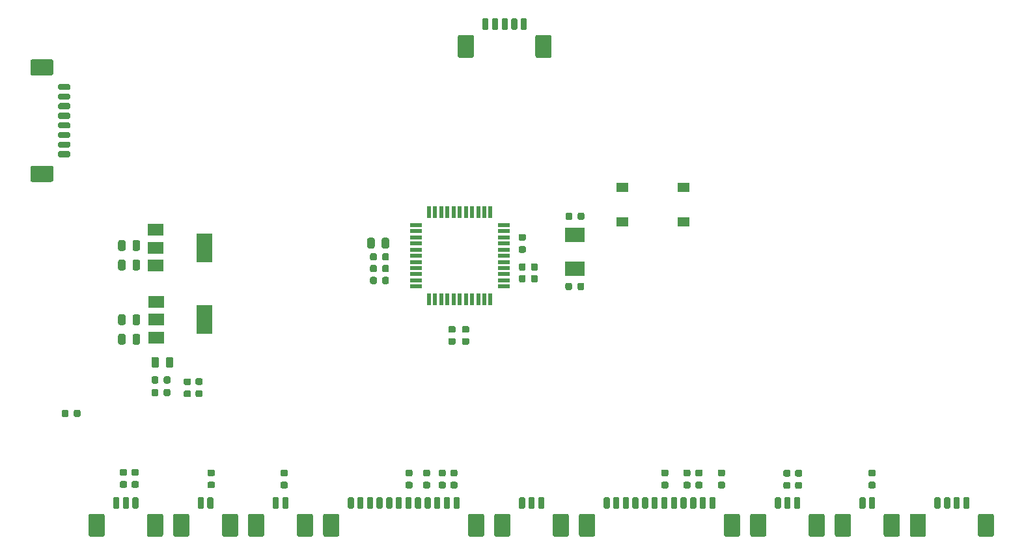
<source format=gbr>
%TF.GenerationSoftware,KiCad,Pcbnew,(5.99.0-2358-g6d8fb94d8)*%
%TF.CreationDate,2020-07-27T20:41:12+08:00*%
%TF.ProjectId,TheSPT_v2,54686553-5054-45f7-9632-2e6b69636164,V3.0*%
%TF.SameCoordinates,Original*%
%TF.FileFunction,Paste,Top*%
%TF.FilePolarity,Positive*%
%FSLAX46Y46*%
G04 Gerber Fmt 4.6, Leading zero omitted, Abs format (unit mm)*
G04 Created by KiCad (PCBNEW (5.99.0-2358-g6d8fb94d8)) date 2020-07-27 20:41:12*
%MOMM*%
%LPD*%
G01*
G04 APERTURE LIST*
%ADD10R,2.500000X1.900000*%
%ADD11R,1.500000X0.550000*%
%ADD12R,0.550000X1.500000*%
%ADD13R,2.000000X1.500000*%
%ADD14R,2.000000X3.800000*%
%ADD15R,1.550000X1.300000*%
G04 APERTURE END LIST*
%TO.C,J5*%
G36*
G01*
X147866000Y-118135000D02*
X147866000Y-116935000D01*
G75*
G02*
X148066000Y-116735000I200000J0D01*
G01*
X148466000Y-116735000D01*
G75*
G02*
X148666000Y-116935000I0J-200000D01*
G01*
X148666000Y-118135000D01*
G75*
G02*
X148466000Y-118335000I-200000J0D01*
G01*
X148066000Y-118335000D01*
G75*
G02*
X147866000Y-118135000I0J200000D01*
G01*
G37*
G36*
G01*
X149116000Y-118135000D02*
X149116000Y-116935000D01*
G75*
G02*
X149316000Y-116735000I200000J0D01*
G01*
X149716000Y-116735000D01*
G75*
G02*
X149916000Y-116935000I0J-200000D01*
G01*
X149916000Y-118135000D01*
G75*
G02*
X149716000Y-118335000I-200000J0D01*
G01*
X149316000Y-118335000D01*
G75*
G02*
X149116000Y-118135000I0J200000D01*
G01*
G37*
G36*
G01*
X150366000Y-118135000D02*
X150366000Y-116935000D01*
G75*
G02*
X150566000Y-116735000I200000J0D01*
G01*
X150966000Y-116735000D01*
G75*
G02*
X151166000Y-116935000I0J-200000D01*
G01*
X151166000Y-118135000D01*
G75*
G02*
X150966000Y-118335000I-200000J0D01*
G01*
X150566000Y-118335000D01*
G75*
G02*
X150366000Y-118135000I0J200000D01*
G01*
G37*
G36*
G01*
X144666000Y-121684999D02*
X144666000Y-119185001D01*
G75*
G02*
X144916001Y-118935000I250001J0D01*
G01*
X146515999Y-118935000D01*
G75*
G02*
X146766000Y-119185001I0J-250001D01*
G01*
X146766000Y-121684999D01*
G75*
G02*
X146515999Y-121935000I-250001J0D01*
G01*
X144916001Y-121935000D01*
G75*
G02*
X144666000Y-121684999I0J250001D01*
G01*
G37*
G36*
G01*
X152266000Y-121684999D02*
X152266000Y-119185001D01*
G75*
G02*
X152516001Y-118935000I250001J0D01*
G01*
X154115999Y-118935000D01*
G75*
G02*
X154366000Y-119185001I0J-250001D01*
G01*
X154366000Y-121684999D01*
G75*
G02*
X154115999Y-121935000I-250001J0D01*
G01*
X152516001Y-121935000D01*
G75*
G02*
X152266000Y-121684999I0J250001D01*
G01*
G37*
%TD*%
D10*
%TO.C,Y1*%
X121886000Y-87034000D03*
X121886000Y-82634000D03*
%TD*%
D11*
%TO.C,U3*%
X112596000Y-89370000D03*
X112596000Y-88570000D03*
X112596000Y-87770000D03*
X112596000Y-86970000D03*
X112596000Y-86170000D03*
X112596000Y-85370000D03*
X112596000Y-84570000D03*
X112596000Y-83770000D03*
X112596000Y-82970000D03*
X112596000Y-82170000D03*
X112596000Y-81370000D03*
D12*
X110896000Y-79670000D03*
X110096000Y-79670000D03*
X109296000Y-79670000D03*
X108496000Y-79670000D03*
X107696000Y-79670000D03*
X106896000Y-79670000D03*
X106096000Y-79670000D03*
X105296000Y-79670000D03*
X104496000Y-79670000D03*
X103696000Y-79670000D03*
X102896000Y-79670000D03*
D11*
X101196000Y-81370000D03*
X101196000Y-82170000D03*
X101196000Y-82970000D03*
X101196000Y-83770000D03*
X101196000Y-84570000D03*
X101196000Y-85370000D03*
X101196000Y-86170000D03*
X101196000Y-86970000D03*
X101196000Y-87770000D03*
X101196000Y-88570000D03*
X101196000Y-89370000D03*
D12*
X102896000Y-91070000D03*
X103696000Y-91070000D03*
X104496000Y-91070000D03*
X105296000Y-91070000D03*
X106096000Y-91070000D03*
X106896000Y-91070000D03*
X107696000Y-91070000D03*
X108496000Y-91070000D03*
X109296000Y-91070000D03*
X110096000Y-91070000D03*
X110896000Y-91070000D03*
%TD*%
D13*
%TO.C,U2*%
X67375500Y-82004000D03*
X67375500Y-86604000D03*
X67375500Y-84304000D03*
D14*
X73675500Y-84304000D03*
%TD*%
D13*
%TO.C,U1*%
X67424000Y-91388000D03*
X67424000Y-95988000D03*
X67424000Y-93688000D03*
D14*
X73724000Y-93688000D03*
%TD*%
D15*
%TO.C,SW1*%
X128062000Y-76488000D03*
X128062000Y-80988000D03*
X136022000Y-80988000D03*
X136022000Y-76488000D03*
%TD*%
%TO.C,R20*%
G36*
G01*
X133822250Y-114066750D02*
X133309750Y-114066750D01*
G75*
G02*
X133091000Y-113848000I0J218750D01*
G01*
X133091000Y-113410500D01*
G75*
G02*
X133309750Y-113191750I218750J0D01*
G01*
X133822250Y-113191750D01*
G75*
G02*
X134041000Y-113410500I0J-218750D01*
G01*
X134041000Y-113848000D01*
G75*
G02*
X133822250Y-114066750I-218750J0D01*
G01*
G37*
G36*
G01*
X133822250Y-115641750D02*
X133309750Y-115641750D01*
G75*
G02*
X133091000Y-115423000I0J218750D01*
G01*
X133091000Y-114985500D01*
G75*
G02*
X133309750Y-114766750I218750J0D01*
G01*
X133822250Y-114766750D01*
G75*
G02*
X134041000Y-114985500I0J-218750D01*
G01*
X134041000Y-115423000D01*
G75*
G02*
X133822250Y-115641750I-218750J0D01*
G01*
G37*
%TD*%
%TO.C,R19*%
G36*
G01*
X136693651Y-114069916D02*
X136181151Y-114069916D01*
G75*
G02*
X135962401Y-113851166I0J218750D01*
G01*
X135962401Y-113413666D01*
G75*
G02*
X136181151Y-113194916I218750J0D01*
G01*
X136693651Y-113194916D01*
G75*
G02*
X136912401Y-113413666I0J-218750D01*
G01*
X136912401Y-113851166D01*
G75*
G02*
X136693651Y-114069916I-218750J0D01*
G01*
G37*
G36*
G01*
X136693651Y-115644916D02*
X136181151Y-115644916D01*
G75*
G02*
X135962401Y-115426166I0J218750D01*
G01*
X135962401Y-114988666D01*
G75*
G02*
X136181151Y-114769916I218750J0D01*
G01*
X136693651Y-114769916D01*
G75*
G02*
X136912401Y-114988666I0J-218750D01*
G01*
X136912401Y-115426166D01*
G75*
G02*
X136693651Y-115644916I-218750J0D01*
G01*
G37*
%TD*%
%TO.C,R18*%
G36*
G01*
X138262264Y-114066750D02*
X137749764Y-114066750D01*
G75*
G02*
X137531014Y-113848000I0J218750D01*
G01*
X137531014Y-113410500D01*
G75*
G02*
X137749764Y-113191750I218750J0D01*
G01*
X138262264Y-113191750D01*
G75*
G02*
X138481014Y-113410500I0J-218750D01*
G01*
X138481014Y-113848000D01*
G75*
G02*
X138262264Y-114066750I-218750J0D01*
G01*
G37*
G36*
G01*
X138262264Y-115641750D02*
X137749764Y-115641750D01*
G75*
G02*
X137531014Y-115423000I0J218750D01*
G01*
X137531014Y-114985500D01*
G75*
G02*
X137749764Y-114766750I218750J0D01*
G01*
X138262264Y-114766750D01*
G75*
G02*
X138481014Y-114985500I0J-218750D01*
G01*
X138481014Y-115423000D01*
G75*
G02*
X138262264Y-115641750I-218750J0D01*
G01*
G37*
%TD*%
%TO.C,R17*%
G36*
G01*
X141188250Y-114066750D02*
X140675750Y-114066750D01*
G75*
G02*
X140457000Y-113848000I0J218750D01*
G01*
X140457000Y-113410500D01*
G75*
G02*
X140675750Y-113191750I218750J0D01*
G01*
X141188250Y-113191750D01*
G75*
G02*
X141407000Y-113410500I0J-218750D01*
G01*
X141407000Y-113848000D01*
G75*
G02*
X141188250Y-114066750I-218750J0D01*
G01*
G37*
G36*
G01*
X141188250Y-115641750D02*
X140675750Y-115641750D01*
G75*
G02*
X140457000Y-115423000I0J218750D01*
G01*
X140457000Y-114985500D01*
G75*
G02*
X140675750Y-114766750I218750J0D01*
G01*
X141188250Y-114766750D01*
G75*
G02*
X141407000Y-114985500I0J-218750D01*
G01*
X141407000Y-115423000D01*
G75*
G02*
X141188250Y-115641750I-218750J0D01*
G01*
G37*
%TD*%
%TO.C,R16*%
G36*
G01*
X100548250Y-114077000D02*
X100035750Y-114077000D01*
G75*
G02*
X99817000Y-113858250I0J218750D01*
G01*
X99817000Y-113420750D01*
G75*
G02*
X100035750Y-113202000I218750J0D01*
G01*
X100548250Y-113202000D01*
G75*
G02*
X100767000Y-113420750I0J-218750D01*
G01*
X100767000Y-113858250D01*
G75*
G02*
X100548250Y-114077000I-218750J0D01*
G01*
G37*
G36*
G01*
X100548250Y-115652000D02*
X100035750Y-115652000D01*
G75*
G02*
X99817000Y-115433250I0J218750D01*
G01*
X99817000Y-114995750D01*
G75*
G02*
X100035750Y-114777000I218750J0D01*
G01*
X100548250Y-114777000D01*
G75*
G02*
X100767000Y-114995750I0J-218750D01*
G01*
X100767000Y-115433250D01*
G75*
G02*
X100548250Y-115652000I-218750J0D01*
G01*
G37*
%TD*%
%TO.C,R15*%
G36*
G01*
X102834250Y-114077000D02*
X102321750Y-114077000D01*
G75*
G02*
X102103000Y-113858250I0J218750D01*
G01*
X102103000Y-113420750D01*
G75*
G02*
X102321750Y-113202000I218750J0D01*
G01*
X102834250Y-113202000D01*
G75*
G02*
X103053000Y-113420750I0J-218750D01*
G01*
X103053000Y-113858250D01*
G75*
G02*
X102834250Y-114077000I-218750J0D01*
G01*
G37*
G36*
G01*
X102834250Y-115652000D02*
X102321750Y-115652000D01*
G75*
G02*
X102103000Y-115433250I0J218750D01*
G01*
X102103000Y-114995750D01*
G75*
G02*
X102321750Y-114777000I218750J0D01*
G01*
X102834250Y-114777000D01*
G75*
G02*
X103053000Y-114995750I0J-218750D01*
G01*
X103053000Y-115433250D01*
G75*
G02*
X102834250Y-115652000I-218750J0D01*
G01*
G37*
%TD*%
%TO.C,R14*%
G36*
G01*
X104866250Y-114077000D02*
X104353750Y-114077000D01*
G75*
G02*
X104135000Y-113858250I0J218750D01*
G01*
X104135000Y-113420750D01*
G75*
G02*
X104353750Y-113202000I218750J0D01*
G01*
X104866250Y-113202000D01*
G75*
G02*
X105085000Y-113420750I0J-218750D01*
G01*
X105085000Y-113858250D01*
G75*
G02*
X104866250Y-114077000I-218750J0D01*
G01*
G37*
G36*
G01*
X104866250Y-115652000D02*
X104353750Y-115652000D01*
G75*
G02*
X104135000Y-115433250I0J218750D01*
G01*
X104135000Y-114995750D01*
G75*
G02*
X104353750Y-114777000I218750J0D01*
G01*
X104866250Y-114777000D01*
G75*
G02*
X105085000Y-114995750I0J-218750D01*
G01*
X105085000Y-115433250D01*
G75*
G02*
X104866250Y-115652000I-218750J0D01*
G01*
G37*
%TD*%
%TO.C,R13*%
G36*
G01*
X106390250Y-114077000D02*
X105877750Y-114077000D01*
G75*
G02*
X105659000Y-113858250I0J218750D01*
G01*
X105659000Y-113420750D01*
G75*
G02*
X105877750Y-113202000I218750J0D01*
G01*
X106390250Y-113202000D01*
G75*
G02*
X106609000Y-113420750I0J-218750D01*
G01*
X106609000Y-113858250D01*
G75*
G02*
X106390250Y-114077000I-218750J0D01*
G01*
G37*
G36*
G01*
X106390250Y-115652000D02*
X105877750Y-115652000D01*
G75*
G02*
X105659000Y-115433250I0J218750D01*
G01*
X105659000Y-114995750D01*
G75*
G02*
X105877750Y-114777000I218750J0D01*
G01*
X106390250Y-114777000D01*
G75*
G02*
X106609000Y-114995750I0J-218750D01*
G01*
X106609000Y-115433250D01*
G75*
G02*
X106390250Y-115652000I-218750J0D01*
G01*
G37*
%TD*%
%TO.C,R12*%
G36*
G01*
X160769250Y-114077000D02*
X160256750Y-114077000D01*
G75*
G02*
X160038000Y-113858250I0J218750D01*
G01*
X160038000Y-113420750D01*
G75*
G02*
X160256750Y-113202000I218750J0D01*
G01*
X160769250Y-113202000D01*
G75*
G02*
X160988000Y-113420750I0J-218750D01*
G01*
X160988000Y-113858250D01*
G75*
G02*
X160769250Y-114077000I-218750J0D01*
G01*
G37*
G36*
G01*
X160769250Y-115652000D02*
X160256750Y-115652000D01*
G75*
G02*
X160038000Y-115433250I0J218750D01*
G01*
X160038000Y-114995750D01*
G75*
G02*
X160256750Y-114777000I218750J0D01*
G01*
X160769250Y-114777000D01*
G75*
G02*
X160988000Y-114995750I0J-218750D01*
G01*
X160988000Y-115433250D01*
G75*
G02*
X160769250Y-115652000I-218750J0D01*
G01*
G37*
%TD*%
%TO.C,R11*%
G36*
G01*
X149701250Y-114106750D02*
X149188750Y-114106750D01*
G75*
G02*
X148970000Y-113888000I0J218750D01*
G01*
X148970000Y-113450500D01*
G75*
G02*
X149188750Y-113231750I218750J0D01*
G01*
X149701250Y-113231750D01*
G75*
G02*
X149920000Y-113450500I0J-218750D01*
G01*
X149920000Y-113888000D01*
G75*
G02*
X149701250Y-114106750I-218750J0D01*
G01*
G37*
G36*
G01*
X149701250Y-115681750D02*
X149188750Y-115681750D01*
G75*
G02*
X148970000Y-115463000I0J218750D01*
G01*
X148970000Y-115025500D01*
G75*
G02*
X149188750Y-114806750I218750J0D01*
G01*
X149701250Y-114806750D01*
G75*
G02*
X149920000Y-115025500I0J-218750D01*
G01*
X149920000Y-115463000D01*
G75*
G02*
X149701250Y-115681750I-218750J0D01*
G01*
G37*
%TD*%
%TO.C,R10*%
G36*
G01*
X151225250Y-114106750D02*
X150712750Y-114106750D01*
G75*
G02*
X150494000Y-113888000I0J218750D01*
G01*
X150494000Y-113450500D01*
G75*
G02*
X150712750Y-113231750I218750J0D01*
G01*
X151225250Y-113231750D01*
G75*
G02*
X151444000Y-113450500I0J-218750D01*
G01*
X151444000Y-113888000D01*
G75*
G02*
X151225250Y-114106750I-218750J0D01*
G01*
G37*
G36*
G01*
X151225250Y-115681750D02*
X150712750Y-115681750D01*
G75*
G02*
X150494000Y-115463000I0J218750D01*
G01*
X150494000Y-115025500D01*
G75*
G02*
X150712750Y-114806750I218750J0D01*
G01*
X151225250Y-114806750D01*
G75*
G02*
X151444000Y-115025500I0J-218750D01*
G01*
X151444000Y-115463000D01*
G75*
G02*
X151225250Y-115681750I-218750J0D01*
G01*
G37*
%TD*%
%TO.C,R9*%
G36*
G01*
X72731522Y-102869296D02*
X73244022Y-102869296D01*
G75*
G02*
X73462772Y-103088046I0J-218750D01*
G01*
X73462772Y-103525546D01*
G75*
G02*
X73244022Y-103744296I-218750J0D01*
G01*
X72731522Y-103744296D01*
G75*
G02*
X72512772Y-103525546I0J218750D01*
G01*
X72512772Y-103088046D01*
G75*
G02*
X72731522Y-102869296I218750J0D01*
G01*
G37*
G36*
G01*
X72731522Y-101294296D02*
X73244022Y-101294296D01*
G75*
G02*
X73462772Y-101513046I0J-218750D01*
G01*
X73462772Y-101950546D01*
G75*
G02*
X73244022Y-102169296I-218750J0D01*
G01*
X72731522Y-102169296D01*
G75*
G02*
X72512772Y-101950546I0J218750D01*
G01*
X72512772Y-101513046D01*
G75*
G02*
X72731522Y-101294296I218750J0D01*
G01*
G37*
%TD*%
%TO.C,R8*%
G36*
G01*
X71720022Y-102194796D02*
X71207522Y-102194796D01*
G75*
G02*
X70988772Y-101976046I0J218750D01*
G01*
X70988772Y-101538546D01*
G75*
G02*
X71207522Y-101319796I218750J0D01*
G01*
X71720022Y-101319796D01*
G75*
G02*
X71938772Y-101538546I0J-218750D01*
G01*
X71938772Y-101976046D01*
G75*
G02*
X71720022Y-102194796I-218750J0D01*
G01*
G37*
G36*
G01*
X71720022Y-103769796D02*
X71207522Y-103769796D01*
G75*
G02*
X70988772Y-103551046I0J218750D01*
G01*
X70988772Y-103113546D01*
G75*
G02*
X71207522Y-102894796I218750J0D01*
G01*
X71720022Y-102894796D01*
G75*
G02*
X71938772Y-103113546I0J-218750D01*
G01*
X71938772Y-103551046D01*
G75*
G02*
X71720022Y-103769796I-218750J0D01*
G01*
G37*
%TD*%
%TO.C,R7*%
G36*
G01*
X63404250Y-113992000D02*
X62891750Y-113992000D01*
G75*
G02*
X62673000Y-113773250I0J218750D01*
G01*
X62673000Y-113335750D01*
G75*
G02*
X62891750Y-113117000I218750J0D01*
G01*
X63404250Y-113117000D01*
G75*
G02*
X63623000Y-113335750I0J-218750D01*
G01*
X63623000Y-113773250D01*
G75*
G02*
X63404250Y-113992000I-218750J0D01*
G01*
G37*
G36*
G01*
X63404250Y-115567000D02*
X62891750Y-115567000D01*
G75*
G02*
X62673000Y-115348250I0J218750D01*
G01*
X62673000Y-114910750D01*
G75*
G02*
X62891750Y-114692000I218750J0D01*
G01*
X63404250Y-114692000D01*
G75*
G02*
X63623000Y-114910750I0J-218750D01*
G01*
X63623000Y-115348250D01*
G75*
G02*
X63404250Y-115567000I-218750J0D01*
G01*
G37*
%TD*%
%TO.C,R6*%
G36*
G01*
X64928250Y-113992000D02*
X64415750Y-113992000D01*
G75*
G02*
X64197000Y-113773250I0J218750D01*
G01*
X64197000Y-113335750D01*
G75*
G02*
X64415750Y-113117000I218750J0D01*
G01*
X64928250Y-113117000D01*
G75*
G02*
X65147000Y-113335750I0J-218750D01*
G01*
X65147000Y-113773250D01*
G75*
G02*
X64928250Y-113992000I-218750J0D01*
G01*
G37*
G36*
G01*
X64928250Y-115567000D02*
X64415750Y-115567000D01*
G75*
G02*
X64197000Y-115348250I0J218750D01*
G01*
X64197000Y-114910750D01*
G75*
G02*
X64415750Y-114692000I218750J0D01*
G01*
X64928250Y-114692000D01*
G75*
G02*
X65147000Y-114910750I0J-218750D01*
G01*
X65147000Y-115348250D01*
G75*
G02*
X64928250Y-115567000I-218750J0D01*
G01*
G37*
%TD*%
%TO.C,R5*%
G36*
G01*
X115461500Y-86573750D02*
X115461500Y-87086250D01*
G75*
G02*
X115242750Y-87305000I-218750J0D01*
G01*
X114805250Y-87305000D01*
G75*
G02*
X114586500Y-87086250I0J218750D01*
G01*
X114586500Y-86573750D01*
G75*
G02*
X114805250Y-86355000I218750J0D01*
G01*
X115242750Y-86355000D01*
G75*
G02*
X115461500Y-86573750I0J-218750D01*
G01*
G37*
G36*
G01*
X117036500Y-86573750D02*
X117036500Y-87086250D01*
G75*
G02*
X116817750Y-87305000I-218750J0D01*
G01*
X116380250Y-87305000D01*
G75*
G02*
X116161500Y-87086250I0J218750D01*
G01*
X116161500Y-86573750D01*
G75*
G02*
X116380250Y-86355000I218750J0D01*
G01*
X116817750Y-86355000D01*
G75*
G02*
X117036500Y-86573750I0J-218750D01*
G01*
G37*
%TD*%
%TO.C,R4*%
G36*
G01*
X84311250Y-114077000D02*
X83798750Y-114077000D01*
G75*
G02*
X83580000Y-113858250I0J218750D01*
G01*
X83580000Y-113420750D01*
G75*
G02*
X83798750Y-113202000I218750J0D01*
G01*
X84311250Y-113202000D01*
G75*
G02*
X84530000Y-113420750I0J-218750D01*
G01*
X84530000Y-113858250D01*
G75*
G02*
X84311250Y-114077000I-218750J0D01*
G01*
G37*
G36*
G01*
X84311250Y-115652000D02*
X83798750Y-115652000D01*
G75*
G02*
X83580000Y-115433250I0J218750D01*
G01*
X83580000Y-114995750D01*
G75*
G02*
X83798750Y-114777000I218750J0D01*
G01*
X84311250Y-114777000D01*
G75*
G02*
X84530000Y-114995750I0J-218750D01*
G01*
X84530000Y-115433250D01*
G75*
G02*
X84311250Y-115652000I-218750J0D01*
G01*
G37*
%TD*%
%TO.C,R3*%
G36*
G01*
X114767750Y-84106500D02*
X115280250Y-84106500D01*
G75*
G02*
X115499000Y-84325250I0J-218750D01*
G01*
X115499000Y-84762750D01*
G75*
G02*
X115280250Y-84981500I-218750J0D01*
G01*
X114767750Y-84981500D01*
G75*
G02*
X114549000Y-84762750I0J218750D01*
G01*
X114549000Y-84325250D01*
G75*
G02*
X114767750Y-84106500I218750J0D01*
G01*
G37*
G36*
G01*
X114767750Y-82531500D02*
X115280250Y-82531500D01*
G75*
G02*
X115499000Y-82750250I0J-218750D01*
G01*
X115499000Y-83187750D01*
G75*
G02*
X115280250Y-83406500I-218750J0D01*
G01*
X114767750Y-83406500D01*
G75*
G02*
X114549000Y-83187750I0J218750D01*
G01*
X114549000Y-82750250D01*
G75*
G02*
X114767750Y-82531500I218750J0D01*
G01*
G37*
%TD*%
%TO.C,R2*%
G36*
G01*
X56700000Y-106136250D02*
X56700000Y-105623750D01*
G75*
G02*
X56918750Y-105405000I218750J0D01*
G01*
X57356250Y-105405000D01*
G75*
G02*
X57575000Y-105623750I0J-218750D01*
G01*
X57575000Y-106136250D01*
G75*
G02*
X57356250Y-106355000I-218750J0D01*
G01*
X56918750Y-106355000D01*
G75*
G02*
X56700000Y-106136250I0J218750D01*
G01*
G37*
G36*
G01*
X55125000Y-106136250D02*
X55125000Y-105623750D01*
G75*
G02*
X55343750Y-105405000I218750J0D01*
G01*
X55781250Y-105405000D01*
G75*
G02*
X56000000Y-105623750I0J-218750D01*
G01*
X56000000Y-106136250D01*
G75*
G02*
X55781250Y-106355000I-218750J0D01*
G01*
X55343750Y-106355000D01*
G75*
G02*
X55125000Y-106136250I0J218750D01*
G01*
G37*
%TD*%
%TO.C,R1*%
G36*
G01*
X74823250Y-114051500D02*
X74310750Y-114051500D01*
G75*
G02*
X74092000Y-113832750I0J218750D01*
G01*
X74092000Y-113395250D01*
G75*
G02*
X74310750Y-113176500I218750J0D01*
G01*
X74823250Y-113176500D01*
G75*
G02*
X75042000Y-113395250I0J-218750D01*
G01*
X75042000Y-113832750D01*
G75*
G02*
X74823250Y-114051500I-218750J0D01*
G01*
G37*
G36*
G01*
X74823250Y-115626500D02*
X74310750Y-115626500D01*
G75*
G02*
X74092000Y-115407750I0J218750D01*
G01*
X74092000Y-114970250D01*
G75*
G02*
X74310750Y-114751500I218750J0D01*
G01*
X74823250Y-114751500D01*
G75*
G02*
X75042000Y-114970250I0J-218750D01*
G01*
X75042000Y-115407750D01*
G75*
G02*
X74823250Y-115626500I-218750J0D01*
G01*
G37*
%TD*%
%TO.C,J15*%
G36*
G01*
X54848000Y-63005000D02*
X56048000Y-63005000D01*
G75*
G02*
X56248000Y-63205000I0J-200000D01*
G01*
X56248000Y-63605000D01*
G75*
G02*
X56048000Y-63805000I-200000J0D01*
G01*
X54848000Y-63805000D01*
G75*
G02*
X54648000Y-63605000I0J200000D01*
G01*
X54648000Y-63205000D01*
G75*
G02*
X54848000Y-63005000I200000J0D01*
G01*
G37*
G36*
G01*
X54848000Y-64255000D02*
X56048000Y-64255000D01*
G75*
G02*
X56248000Y-64455000I0J-200000D01*
G01*
X56248000Y-64855000D01*
G75*
G02*
X56048000Y-65055000I-200000J0D01*
G01*
X54848000Y-65055000D01*
G75*
G02*
X54648000Y-64855000I0J200000D01*
G01*
X54648000Y-64455000D01*
G75*
G02*
X54848000Y-64255000I200000J0D01*
G01*
G37*
G36*
G01*
X54848000Y-65505000D02*
X56048000Y-65505000D01*
G75*
G02*
X56248000Y-65705000I0J-200000D01*
G01*
X56248000Y-66105000D01*
G75*
G02*
X56048000Y-66305000I-200000J0D01*
G01*
X54848000Y-66305000D01*
G75*
G02*
X54648000Y-66105000I0J200000D01*
G01*
X54648000Y-65705000D01*
G75*
G02*
X54848000Y-65505000I200000J0D01*
G01*
G37*
G36*
G01*
X54848000Y-66755000D02*
X56048000Y-66755000D01*
G75*
G02*
X56248000Y-66955000I0J-200000D01*
G01*
X56248000Y-67355000D01*
G75*
G02*
X56048000Y-67555000I-200000J0D01*
G01*
X54848000Y-67555000D01*
G75*
G02*
X54648000Y-67355000I0J200000D01*
G01*
X54648000Y-66955000D01*
G75*
G02*
X54848000Y-66755000I200000J0D01*
G01*
G37*
G36*
G01*
X54848000Y-68005000D02*
X56048000Y-68005000D01*
G75*
G02*
X56248000Y-68205000I0J-200000D01*
G01*
X56248000Y-68605000D01*
G75*
G02*
X56048000Y-68805000I-200000J0D01*
G01*
X54848000Y-68805000D01*
G75*
G02*
X54648000Y-68605000I0J200000D01*
G01*
X54648000Y-68205000D01*
G75*
G02*
X54848000Y-68005000I200000J0D01*
G01*
G37*
G36*
G01*
X54848000Y-69255000D02*
X56048000Y-69255000D01*
G75*
G02*
X56248000Y-69455000I0J-200000D01*
G01*
X56248000Y-69855000D01*
G75*
G02*
X56048000Y-70055000I-200000J0D01*
G01*
X54848000Y-70055000D01*
G75*
G02*
X54648000Y-69855000I0J200000D01*
G01*
X54648000Y-69455000D01*
G75*
G02*
X54848000Y-69255000I200000J0D01*
G01*
G37*
G36*
G01*
X54848000Y-70505000D02*
X56048000Y-70505000D01*
G75*
G02*
X56248000Y-70705000I0J-200000D01*
G01*
X56248000Y-71105000D01*
G75*
G02*
X56048000Y-71305000I-200000J0D01*
G01*
X54848000Y-71305000D01*
G75*
G02*
X54648000Y-71105000I0J200000D01*
G01*
X54648000Y-70705000D01*
G75*
G02*
X54848000Y-70505000I200000J0D01*
G01*
G37*
G36*
G01*
X54848000Y-71755000D02*
X56048000Y-71755000D01*
G75*
G02*
X56248000Y-71955000I0J-200000D01*
G01*
X56248000Y-72355000D01*
G75*
G02*
X56048000Y-72555000I-200000J0D01*
G01*
X54848000Y-72555000D01*
G75*
G02*
X54648000Y-72355000I0J200000D01*
G01*
X54648000Y-71955000D01*
G75*
G02*
X54848000Y-71755000I200000J0D01*
G01*
G37*
G36*
G01*
X51298001Y-59805000D02*
X53797999Y-59805000D01*
G75*
G02*
X54048000Y-60055001I0J-250001D01*
G01*
X54048000Y-61654999D01*
G75*
G02*
X53797999Y-61905000I-250001J0D01*
G01*
X51298001Y-61905000D01*
G75*
G02*
X51048000Y-61654999I0J250001D01*
G01*
X51048000Y-60055001D01*
G75*
G02*
X51298001Y-59805000I250001J0D01*
G01*
G37*
G36*
G01*
X51298001Y-73655000D02*
X53797999Y-73655000D01*
G75*
G02*
X54048000Y-73905001I0J-250001D01*
G01*
X54048000Y-75504999D01*
G75*
G02*
X53797999Y-75755000I-250001J0D01*
G01*
X51298001Y-75755000D01*
G75*
G02*
X51048000Y-75504999I0J250001D01*
G01*
X51048000Y-73905001D01*
G75*
G02*
X51298001Y-73655000I250001J0D01*
G01*
G37*
%TD*%
%TO.C,J14*%
G36*
G01*
X125602000Y-118135000D02*
X125602000Y-116935000D01*
G75*
G02*
X125802000Y-116735000I200000J0D01*
G01*
X126202000Y-116735000D01*
G75*
G02*
X126402000Y-116935000I0J-200000D01*
G01*
X126402000Y-118135000D01*
G75*
G02*
X126202000Y-118335000I-200000J0D01*
G01*
X125802000Y-118335000D01*
G75*
G02*
X125602000Y-118135000I0J200000D01*
G01*
G37*
G36*
G01*
X126852000Y-118135000D02*
X126852000Y-116935000D01*
G75*
G02*
X127052000Y-116735000I200000J0D01*
G01*
X127452000Y-116735000D01*
G75*
G02*
X127652000Y-116935000I0J-200000D01*
G01*
X127652000Y-118135000D01*
G75*
G02*
X127452000Y-118335000I-200000J0D01*
G01*
X127052000Y-118335000D01*
G75*
G02*
X126852000Y-118135000I0J200000D01*
G01*
G37*
G36*
G01*
X128102000Y-118135000D02*
X128102000Y-116935000D01*
G75*
G02*
X128302000Y-116735000I200000J0D01*
G01*
X128702000Y-116735000D01*
G75*
G02*
X128902000Y-116935000I0J-200000D01*
G01*
X128902000Y-118135000D01*
G75*
G02*
X128702000Y-118335000I-200000J0D01*
G01*
X128302000Y-118335000D01*
G75*
G02*
X128102000Y-118135000I0J200000D01*
G01*
G37*
G36*
G01*
X129352000Y-118135000D02*
X129352000Y-116935000D01*
G75*
G02*
X129552000Y-116735000I200000J0D01*
G01*
X129952000Y-116735000D01*
G75*
G02*
X130152000Y-116935000I0J-200000D01*
G01*
X130152000Y-118135000D01*
G75*
G02*
X129952000Y-118335000I-200000J0D01*
G01*
X129552000Y-118335000D01*
G75*
G02*
X129352000Y-118135000I0J200000D01*
G01*
G37*
G36*
G01*
X130602000Y-118135000D02*
X130602000Y-116935000D01*
G75*
G02*
X130802000Y-116735000I200000J0D01*
G01*
X131202000Y-116735000D01*
G75*
G02*
X131402000Y-116935000I0J-200000D01*
G01*
X131402000Y-118135000D01*
G75*
G02*
X131202000Y-118335000I-200000J0D01*
G01*
X130802000Y-118335000D01*
G75*
G02*
X130602000Y-118135000I0J200000D01*
G01*
G37*
G36*
G01*
X131852000Y-118135000D02*
X131852000Y-116935000D01*
G75*
G02*
X132052000Y-116735000I200000J0D01*
G01*
X132452000Y-116735000D01*
G75*
G02*
X132652000Y-116935000I0J-200000D01*
G01*
X132652000Y-118135000D01*
G75*
G02*
X132452000Y-118335000I-200000J0D01*
G01*
X132052000Y-118335000D01*
G75*
G02*
X131852000Y-118135000I0J200000D01*
G01*
G37*
G36*
G01*
X133102000Y-118135000D02*
X133102000Y-116935000D01*
G75*
G02*
X133302000Y-116735000I200000J0D01*
G01*
X133702000Y-116735000D01*
G75*
G02*
X133902000Y-116935000I0J-200000D01*
G01*
X133902000Y-118135000D01*
G75*
G02*
X133702000Y-118335000I-200000J0D01*
G01*
X133302000Y-118335000D01*
G75*
G02*
X133102000Y-118135000I0J200000D01*
G01*
G37*
G36*
G01*
X134352000Y-118135000D02*
X134352000Y-116935000D01*
G75*
G02*
X134552000Y-116735000I200000J0D01*
G01*
X134952000Y-116735000D01*
G75*
G02*
X135152000Y-116935000I0J-200000D01*
G01*
X135152000Y-118135000D01*
G75*
G02*
X134952000Y-118335000I-200000J0D01*
G01*
X134552000Y-118335000D01*
G75*
G02*
X134352000Y-118135000I0J200000D01*
G01*
G37*
G36*
G01*
X135602000Y-118135000D02*
X135602000Y-116935000D01*
G75*
G02*
X135802000Y-116735000I200000J0D01*
G01*
X136202000Y-116735000D01*
G75*
G02*
X136402000Y-116935000I0J-200000D01*
G01*
X136402000Y-118135000D01*
G75*
G02*
X136202000Y-118335000I-200000J0D01*
G01*
X135802000Y-118335000D01*
G75*
G02*
X135602000Y-118135000I0J200000D01*
G01*
G37*
G36*
G01*
X136852000Y-118135000D02*
X136852000Y-116935000D01*
G75*
G02*
X137052000Y-116735000I200000J0D01*
G01*
X137452000Y-116735000D01*
G75*
G02*
X137652000Y-116935000I0J-200000D01*
G01*
X137652000Y-118135000D01*
G75*
G02*
X137452000Y-118335000I-200000J0D01*
G01*
X137052000Y-118335000D01*
G75*
G02*
X136852000Y-118135000I0J200000D01*
G01*
G37*
G36*
G01*
X138102000Y-118135000D02*
X138102000Y-116935000D01*
G75*
G02*
X138302000Y-116735000I200000J0D01*
G01*
X138702000Y-116735000D01*
G75*
G02*
X138902000Y-116935000I0J-200000D01*
G01*
X138902000Y-118135000D01*
G75*
G02*
X138702000Y-118335000I-200000J0D01*
G01*
X138302000Y-118335000D01*
G75*
G02*
X138102000Y-118135000I0J200000D01*
G01*
G37*
G36*
G01*
X139352000Y-118135000D02*
X139352000Y-116935000D01*
G75*
G02*
X139552000Y-116735000I200000J0D01*
G01*
X139952000Y-116735000D01*
G75*
G02*
X140152000Y-116935000I0J-200000D01*
G01*
X140152000Y-118135000D01*
G75*
G02*
X139952000Y-118335000I-200000J0D01*
G01*
X139552000Y-118335000D01*
G75*
G02*
X139352000Y-118135000I0J200000D01*
G01*
G37*
G36*
G01*
X122402000Y-121684999D02*
X122402000Y-119185001D01*
G75*
G02*
X122652001Y-118935000I250001J0D01*
G01*
X124251999Y-118935000D01*
G75*
G02*
X124502000Y-119185001I0J-250001D01*
G01*
X124502000Y-121684999D01*
G75*
G02*
X124251999Y-121935000I-250001J0D01*
G01*
X122652001Y-121935000D01*
G75*
G02*
X122402000Y-121684999I0J250001D01*
G01*
G37*
G36*
G01*
X141252000Y-121684999D02*
X141252000Y-119185001D01*
G75*
G02*
X141502001Y-118935000I250001J0D01*
G01*
X143101999Y-118935000D01*
G75*
G02*
X143352000Y-119185001I0J-250001D01*
G01*
X143352000Y-121684999D01*
G75*
G02*
X143101999Y-121935000I-250001J0D01*
G01*
X141502001Y-121935000D01*
G75*
G02*
X141252000Y-121684999I0J250001D01*
G01*
G37*
%TD*%
%TO.C,J11*%
G36*
G01*
X168629000Y-118135000D02*
X168629000Y-116935000D01*
G75*
G02*
X168829000Y-116735000I200000J0D01*
G01*
X169229000Y-116735000D01*
G75*
G02*
X169429000Y-116935000I0J-200000D01*
G01*
X169429000Y-118135000D01*
G75*
G02*
X169229000Y-118335000I-200000J0D01*
G01*
X168829000Y-118335000D01*
G75*
G02*
X168629000Y-118135000I0J200000D01*
G01*
G37*
G36*
G01*
X169879000Y-118135000D02*
X169879000Y-116935000D01*
G75*
G02*
X170079000Y-116735000I200000J0D01*
G01*
X170479000Y-116735000D01*
G75*
G02*
X170679000Y-116935000I0J-200000D01*
G01*
X170679000Y-118135000D01*
G75*
G02*
X170479000Y-118335000I-200000J0D01*
G01*
X170079000Y-118335000D01*
G75*
G02*
X169879000Y-118135000I0J200000D01*
G01*
G37*
G36*
G01*
X171129000Y-118135000D02*
X171129000Y-116935000D01*
G75*
G02*
X171329000Y-116735000I200000J0D01*
G01*
X171729000Y-116735000D01*
G75*
G02*
X171929000Y-116935000I0J-200000D01*
G01*
X171929000Y-118135000D01*
G75*
G02*
X171729000Y-118335000I-200000J0D01*
G01*
X171329000Y-118335000D01*
G75*
G02*
X171129000Y-118135000I0J200000D01*
G01*
G37*
G36*
G01*
X172379000Y-118135000D02*
X172379000Y-116935000D01*
G75*
G02*
X172579000Y-116735000I200000J0D01*
G01*
X172979000Y-116735000D01*
G75*
G02*
X173179000Y-116935000I0J-200000D01*
G01*
X173179000Y-118135000D01*
G75*
G02*
X172979000Y-118335000I-200000J0D01*
G01*
X172579000Y-118335000D01*
G75*
G02*
X172379000Y-118135000I0J200000D01*
G01*
G37*
G36*
G01*
X165429000Y-121684999D02*
X165429000Y-119185001D01*
G75*
G02*
X165679001Y-118935000I250001J0D01*
G01*
X167278999Y-118935000D01*
G75*
G02*
X167529000Y-119185001I0J-250001D01*
G01*
X167529000Y-121684999D01*
G75*
G02*
X167278999Y-121935000I-250001J0D01*
G01*
X165679001Y-121935000D01*
G75*
G02*
X165429000Y-121684999I0J250001D01*
G01*
G37*
G36*
G01*
X174279000Y-121684999D02*
X174279000Y-119185001D01*
G75*
G02*
X174529001Y-118935000I250001J0D01*
G01*
X176128999Y-118935000D01*
G75*
G02*
X176379000Y-119185001I0J-250001D01*
G01*
X176379000Y-121684999D01*
G75*
G02*
X176128999Y-121935000I-250001J0D01*
G01*
X174529001Y-121935000D01*
G75*
G02*
X174279000Y-121684999I0J250001D01*
G01*
G37*
%TD*%
%TO.C,J10*%
G36*
G01*
X92324000Y-118135000D02*
X92324000Y-116935000D01*
G75*
G02*
X92524000Y-116735000I200000J0D01*
G01*
X92924000Y-116735000D01*
G75*
G02*
X93124000Y-116935000I0J-200000D01*
G01*
X93124000Y-118135000D01*
G75*
G02*
X92924000Y-118335000I-200000J0D01*
G01*
X92524000Y-118335000D01*
G75*
G02*
X92324000Y-118135000I0J200000D01*
G01*
G37*
G36*
G01*
X93574000Y-118135000D02*
X93574000Y-116935000D01*
G75*
G02*
X93774000Y-116735000I200000J0D01*
G01*
X94174000Y-116735000D01*
G75*
G02*
X94374000Y-116935000I0J-200000D01*
G01*
X94374000Y-118135000D01*
G75*
G02*
X94174000Y-118335000I-200000J0D01*
G01*
X93774000Y-118335000D01*
G75*
G02*
X93574000Y-118135000I0J200000D01*
G01*
G37*
G36*
G01*
X94824000Y-118135000D02*
X94824000Y-116935000D01*
G75*
G02*
X95024000Y-116735000I200000J0D01*
G01*
X95424000Y-116735000D01*
G75*
G02*
X95624000Y-116935000I0J-200000D01*
G01*
X95624000Y-118135000D01*
G75*
G02*
X95424000Y-118335000I-200000J0D01*
G01*
X95024000Y-118335000D01*
G75*
G02*
X94824000Y-118135000I0J200000D01*
G01*
G37*
G36*
G01*
X96074000Y-118135000D02*
X96074000Y-116935000D01*
G75*
G02*
X96274000Y-116735000I200000J0D01*
G01*
X96674000Y-116735000D01*
G75*
G02*
X96874000Y-116935000I0J-200000D01*
G01*
X96874000Y-118135000D01*
G75*
G02*
X96674000Y-118335000I-200000J0D01*
G01*
X96274000Y-118335000D01*
G75*
G02*
X96074000Y-118135000I0J200000D01*
G01*
G37*
G36*
G01*
X97324000Y-118135000D02*
X97324000Y-116935000D01*
G75*
G02*
X97524000Y-116735000I200000J0D01*
G01*
X97924000Y-116735000D01*
G75*
G02*
X98124000Y-116935000I0J-200000D01*
G01*
X98124000Y-118135000D01*
G75*
G02*
X97924000Y-118335000I-200000J0D01*
G01*
X97524000Y-118335000D01*
G75*
G02*
X97324000Y-118135000I0J200000D01*
G01*
G37*
G36*
G01*
X98574000Y-118135000D02*
X98574000Y-116935000D01*
G75*
G02*
X98774000Y-116735000I200000J0D01*
G01*
X99174000Y-116735000D01*
G75*
G02*
X99374000Y-116935000I0J-200000D01*
G01*
X99374000Y-118135000D01*
G75*
G02*
X99174000Y-118335000I-200000J0D01*
G01*
X98774000Y-118335000D01*
G75*
G02*
X98574000Y-118135000I0J200000D01*
G01*
G37*
G36*
G01*
X99824000Y-118135000D02*
X99824000Y-116935000D01*
G75*
G02*
X100024000Y-116735000I200000J0D01*
G01*
X100424000Y-116735000D01*
G75*
G02*
X100624000Y-116935000I0J-200000D01*
G01*
X100624000Y-118135000D01*
G75*
G02*
X100424000Y-118335000I-200000J0D01*
G01*
X100024000Y-118335000D01*
G75*
G02*
X99824000Y-118135000I0J200000D01*
G01*
G37*
G36*
G01*
X101074000Y-118135000D02*
X101074000Y-116935000D01*
G75*
G02*
X101274000Y-116735000I200000J0D01*
G01*
X101674000Y-116735000D01*
G75*
G02*
X101874000Y-116935000I0J-200000D01*
G01*
X101874000Y-118135000D01*
G75*
G02*
X101674000Y-118335000I-200000J0D01*
G01*
X101274000Y-118335000D01*
G75*
G02*
X101074000Y-118135000I0J200000D01*
G01*
G37*
G36*
G01*
X102324000Y-118135000D02*
X102324000Y-116935000D01*
G75*
G02*
X102524000Y-116735000I200000J0D01*
G01*
X102924000Y-116735000D01*
G75*
G02*
X103124000Y-116935000I0J-200000D01*
G01*
X103124000Y-118135000D01*
G75*
G02*
X102924000Y-118335000I-200000J0D01*
G01*
X102524000Y-118335000D01*
G75*
G02*
X102324000Y-118135000I0J200000D01*
G01*
G37*
G36*
G01*
X103574000Y-118135000D02*
X103574000Y-116935000D01*
G75*
G02*
X103774000Y-116735000I200000J0D01*
G01*
X104174000Y-116735000D01*
G75*
G02*
X104374000Y-116935000I0J-200000D01*
G01*
X104374000Y-118135000D01*
G75*
G02*
X104174000Y-118335000I-200000J0D01*
G01*
X103774000Y-118335000D01*
G75*
G02*
X103574000Y-118135000I0J200000D01*
G01*
G37*
G36*
G01*
X104824000Y-118135000D02*
X104824000Y-116935000D01*
G75*
G02*
X105024000Y-116735000I200000J0D01*
G01*
X105424000Y-116735000D01*
G75*
G02*
X105624000Y-116935000I0J-200000D01*
G01*
X105624000Y-118135000D01*
G75*
G02*
X105424000Y-118335000I-200000J0D01*
G01*
X105024000Y-118335000D01*
G75*
G02*
X104824000Y-118135000I0J200000D01*
G01*
G37*
G36*
G01*
X106074000Y-118135000D02*
X106074000Y-116935000D01*
G75*
G02*
X106274000Y-116735000I200000J0D01*
G01*
X106674000Y-116735000D01*
G75*
G02*
X106874000Y-116935000I0J-200000D01*
G01*
X106874000Y-118135000D01*
G75*
G02*
X106674000Y-118335000I-200000J0D01*
G01*
X106274000Y-118335000D01*
G75*
G02*
X106074000Y-118135000I0J200000D01*
G01*
G37*
G36*
G01*
X89124000Y-121684999D02*
X89124000Y-119185001D01*
G75*
G02*
X89374001Y-118935000I250001J0D01*
G01*
X90973999Y-118935000D01*
G75*
G02*
X91224000Y-119185001I0J-250001D01*
G01*
X91224000Y-121684999D01*
G75*
G02*
X90973999Y-121935000I-250001J0D01*
G01*
X89374001Y-121935000D01*
G75*
G02*
X89124000Y-121684999I0J250001D01*
G01*
G37*
G36*
G01*
X107974000Y-121684999D02*
X107974000Y-119185001D01*
G75*
G02*
X108224001Y-118935000I250001J0D01*
G01*
X109823999Y-118935000D01*
G75*
G02*
X110074000Y-119185001I0J-250001D01*
G01*
X110074000Y-121684999D01*
G75*
G02*
X109823999Y-121935000I-250001J0D01*
G01*
X108224001Y-121935000D01*
G75*
G02*
X107974000Y-121684999I0J250001D01*
G01*
G37*
%TD*%
%TO.C,J9*%
G36*
G01*
X109838000Y-55820000D02*
X109838000Y-54620000D01*
G75*
G02*
X110038000Y-54420000I200000J0D01*
G01*
X110438000Y-54420000D01*
G75*
G02*
X110638000Y-54620000I0J-200000D01*
G01*
X110638000Y-55820000D01*
G75*
G02*
X110438000Y-56020000I-200000J0D01*
G01*
X110038000Y-56020000D01*
G75*
G02*
X109838000Y-55820000I0J200000D01*
G01*
G37*
G36*
G01*
X111088000Y-55820000D02*
X111088000Y-54620000D01*
G75*
G02*
X111288000Y-54420000I200000J0D01*
G01*
X111688000Y-54420000D01*
G75*
G02*
X111888000Y-54620000I0J-200000D01*
G01*
X111888000Y-55820000D01*
G75*
G02*
X111688000Y-56020000I-200000J0D01*
G01*
X111288000Y-56020000D01*
G75*
G02*
X111088000Y-55820000I0J200000D01*
G01*
G37*
G36*
G01*
X112338000Y-55820000D02*
X112338000Y-54620000D01*
G75*
G02*
X112538000Y-54420000I200000J0D01*
G01*
X112938000Y-54420000D01*
G75*
G02*
X113138000Y-54620000I0J-200000D01*
G01*
X113138000Y-55820000D01*
G75*
G02*
X112938000Y-56020000I-200000J0D01*
G01*
X112538000Y-56020000D01*
G75*
G02*
X112338000Y-55820000I0J200000D01*
G01*
G37*
G36*
G01*
X113588000Y-55820000D02*
X113588000Y-54620000D01*
G75*
G02*
X113788000Y-54420000I200000J0D01*
G01*
X114188000Y-54420000D01*
G75*
G02*
X114388000Y-54620000I0J-200000D01*
G01*
X114388000Y-55820000D01*
G75*
G02*
X114188000Y-56020000I-200000J0D01*
G01*
X113788000Y-56020000D01*
G75*
G02*
X113588000Y-55820000I0J200000D01*
G01*
G37*
G36*
G01*
X114838000Y-55820000D02*
X114838000Y-54620000D01*
G75*
G02*
X115038000Y-54420000I200000J0D01*
G01*
X115438000Y-54420000D01*
G75*
G02*
X115638000Y-54620000I0J-200000D01*
G01*
X115638000Y-55820000D01*
G75*
G02*
X115438000Y-56020000I-200000J0D01*
G01*
X115038000Y-56020000D01*
G75*
G02*
X114838000Y-55820000I0J200000D01*
G01*
G37*
G36*
G01*
X106638000Y-59369999D02*
X106638000Y-56870001D01*
G75*
G02*
X106888001Y-56620000I250001J0D01*
G01*
X108487999Y-56620000D01*
G75*
G02*
X108738000Y-56870001I0J-250001D01*
G01*
X108738000Y-59369999D01*
G75*
G02*
X108487999Y-59620000I-250001J0D01*
G01*
X106888001Y-59620000D01*
G75*
G02*
X106638000Y-59369999I0J250001D01*
G01*
G37*
G36*
G01*
X116738000Y-59369999D02*
X116738000Y-56870001D01*
G75*
G02*
X116988001Y-56620000I250001J0D01*
G01*
X118587999Y-56620000D01*
G75*
G02*
X118838000Y-56870001I0J-250001D01*
G01*
X118838000Y-59369999D01*
G75*
G02*
X118587999Y-59620000I-250001J0D01*
G01*
X116988001Y-59620000D01*
G75*
G02*
X116738000Y-59369999I0J250001D01*
G01*
G37*
%TD*%
%TO.C,J7*%
G36*
G01*
X158870000Y-118135000D02*
X158870000Y-116935000D01*
G75*
G02*
X159070000Y-116735000I200000J0D01*
G01*
X159470000Y-116735000D01*
G75*
G02*
X159670000Y-116935000I0J-200000D01*
G01*
X159670000Y-118135000D01*
G75*
G02*
X159470000Y-118335000I-200000J0D01*
G01*
X159070000Y-118335000D01*
G75*
G02*
X158870000Y-118135000I0J200000D01*
G01*
G37*
G36*
G01*
X160120000Y-118135000D02*
X160120000Y-116935000D01*
G75*
G02*
X160320000Y-116735000I200000J0D01*
G01*
X160720000Y-116735000D01*
G75*
G02*
X160920000Y-116935000I0J-200000D01*
G01*
X160920000Y-118135000D01*
G75*
G02*
X160720000Y-118335000I-200000J0D01*
G01*
X160320000Y-118335000D01*
G75*
G02*
X160120000Y-118135000I0J200000D01*
G01*
G37*
G36*
G01*
X155670000Y-121684999D02*
X155670000Y-119185001D01*
G75*
G02*
X155920001Y-118935000I250001J0D01*
G01*
X157519999Y-118935000D01*
G75*
G02*
X157770000Y-119185001I0J-250001D01*
G01*
X157770000Y-121684999D01*
G75*
G02*
X157519999Y-121935000I-250001J0D01*
G01*
X155920001Y-121935000D01*
G75*
G02*
X155670000Y-121684999I0J250001D01*
G01*
G37*
G36*
G01*
X162020000Y-121684999D02*
X162020000Y-119185001D01*
G75*
G02*
X162270001Y-118935000I250001J0D01*
G01*
X163869999Y-118935000D01*
G75*
G02*
X164120000Y-119185001I0J-250001D01*
G01*
X164120000Y-121684999D01*
G75*
G02*
X163869999Y-121935000I-250001J0D01*
G01*
X162270001Y-121935000D01*
G75*
G02*
X162020000Y-121684999I0J250001D01*
G01*
G37*
%TD*%
%TO.C,J6*%
G36*
G01*
X114588000Y-118135000D02*
X114588000Y-116935000D01*
G75*
G02*
X114788000Y-116735000I200000J0D01*
G01*
X115188000Y-116735000D01*
G75*
G02*
X115388000Y-116935000I0J-200000D01*
G01*
X115388000Y-118135000D01*
G75*
G02*
X115188000Y-118335000I-200000J0D01*
G01*
X114788000Y-118335000D01*
G75*
G02*
X114588000Y-118135000I0J200000D01*
G01*
G37*
G36*
G01*
X115838000Y-118135000D02*
X115838000Y-116935000D01*
G75*
G02*
X116038000Y-116735000I200000J0D01*
G01*
X116438000Y-116735000D01*
G75*
G02*
X116638000Y-116935000I0J-200000D01*
G01*
X116638000Y-118135000D01*
G75*
G02*
X116438000Y-118335000I-200000J0D01*
G01*
X116038000Y-118335000D01*
G75*
G02*
X115838000Y-118135000I0J200000D01*
G01*
G37*
G36*
G01*
X117088000Y-118135000D02*
X117088000Y-116935000D01*
G75*
G02*
X117288000Y-116735000I200000J0D01*
G01*
X117688000Y-116735000D01*
G75*
G02*
X117888000Y-116935000I0J-200000D01*
G01*
X117888000Y-118135000D01*
G75*
G02*
X117688000Y-118335000I-200000J0D01*
G01*
X117288000Y-118335000D01*
G75*
G02*
X117088000Y-118135000I0J200000D01*
G01*
G37*
G36*
G01*
X111388000Y-121684999D02*
X111388000Y-119185001D01*
G75*
G02*
X111638001Y-118935000I250001J0D01*
G01*
X113237999Y-118935000D01*
G75*
G02*
X113488000Y-119185001I0J-250001D01*
G01*
X113488000Y-121684999D01*
G75*
G02*
X113237999Y-121935000I-250001J0D01*
G01*
X111638001Y-121935000D01*
G75*
G02*
X111388000Y-121684999I0J250001D01*
G01*
G37*
G36*
G01*
X118988000Y-121684999D02*
X118988000Y-119185001D01*
G75*
G02*
X119238001Y-118935000I250001J0D01*
G01*
X120837999Y-118935000D01*
G75*
G02*
X121088000Y-119185001I0J-250001D01*
G01*
X121088000Y-121684999D01*
G75*
G02*
X120837999Y-121935000I-250001J0D01*
G01*
X119238001Y-121935000D01*
G75*
G02*
X118988000Y-121684999I0J250001D01*
G01*
G37*
%TD*%
%TO.C,J4*%
G36*
G01*
X61812000Y-118135000D02*
X61812000Y-116935000D01*
G75*
G02*
X62012000Y-116735000I200000J0D01*
G01*
X62412000Y-116735000D01*
G75*
G02*
X62612000Y-116935000I0J-200000D01*
G01*
X62612000Y-118135000D01*
G75*
G02*
X62412000Y-118335000I-200000J0D01*
G01*
X62012000Y-118335000D01*
G75*
G02*
X61812000Y-118135000I0J200000D01*
G01*
G37*
G36*
G01*
X63062000Y-118135000D02*
X63062000Y-116935000D01*
G75*
G02*
X63262000Y-116735000I200000J0D01*
G01*
X63662000Y-116735000D01*
G75*
G02*
X63862000Y-116935000I0J-200000D01*
G01*
X63862000Y-118135000D01*
G75*
G02*
X63662000Y-118335000I-200000J0D01*
G01*
X63262000Y-118335000D01*
G75*
G02*
X63062000Y-118135000I0J200000D01*
G01*
G37*
G36*
G01*
X64312000Y-118135000D02*
X64312000Y-116935000D01*
G75*
G02*
X64512000Y-116735000I200000J0D01*
G01*
X64912000Y-116735000D01*
G75*
G02*
X65112000Y-116935000I0J-200000D01*
G01*
X65112000Y-118135000D01*
G75*
G02*
X64912000Y-118335000I-200000J0D01*
G01*
X64512000Y-118335000D01*
G75*
G02*
X64312000Y-118135000I0J200000D01*
G01*
G37*
G36*
G01*
X58612000Y-121684999D02*
X58612000Y-119185001D01*
G75*
G02*
X58862001Y-118935000I250001J0D01*
G01*
X60461999Y-118935000D01*
G75*
G02*
X60712000Y-119185001I0J-250001D01*
G01*
X60712000Y-121684999D01*
G75*
G02*
X60461999Y-121935000I-250001J0D01*
G01*
X58862001Y-121935000D01*
G75*
G02*
X58612000Y-121684999I0J250001D01*
G01*
G37*
G36*
G01*
X66212000Y-121684999D02*
X66212000Y-119185001D01*
G75*
G02*
X66462001Y-118935000I250001J0D01*
G01*
X68061999Y-118935000D01*
G75*
G02*
X68312000Y-119185001I0J-250001D01*
G01*
X68312000Y-121684999D01*
G75*
G02*
X68061999Y-121935000I-250001J0D01*
G01*
X66462001Y-121935000D01*
G75*
G02*
X66212000Y-121684999I0J250001D01*
G01*
G37*
%TD*%
%TO.C,J3*%
G36*
G01*
X82565000Y-118135000D02*
X82565000Y-116935000D01*
G75*
G02*
X82765000Y-116735000I200000J0D01*
G01*
X83165000Y-116735000D01*
G75*
G02*
X83365000Y-116935000I0J-200000D01*
G01*
X83365000Y-118135000D01*
G75*
G02*
X83165000Y-118335000I-200000J0D01*
G01*
X82765000Y-118335000D01*
G75*
G02*
X82565000Y-118135000I0J200000D01*
G01*
G37*
G36*
G01*
X83815000Y-118135000D02*
X83815000Y-116935000D01*
G75*
G02*
X84015000Y-116735000I200000J0D01*
G01*
X84415000Y-116735000D01*
G75*
G02*
X84615000Y-116935000I0J-200000D01*
G01*
X84615000Y-118135000D01*
G75*
G02*
X84415000Y-118335000I-200000J0D01*
G01*
X84015000Y-118335000D01*
G75*
G02*
X83815000Y-118135000I0J200000D01*
G01*
G37*
G36*
G01*
X79365000Y-121684999D02*
X79365000Y-119185001D01*
G75*
G02*
X79615001Y-118935000I250001J0D01*
G01*
X81214999Y-118935000D01*
G75*
G02*
X81465000Y-119185001I0J-250001D01*
G01*
X81465000Y-121684999D01*
G75*
G02*
X81214999Y-121935000I-250001J0D01*
G01*
X79615001Y-121935000D01*
G75*
G02*
X79365000Y-121684999I0J250001D01*
G01*
G37*
G36*
G01*
X85715000Y-121684999D02*
X85715000Y-119185001D01*
G75*
G02*
X85965001Y-118935000I250001J0D01*
G01*
X87564999Y-118935000D01*
G75*
G02*
X87815000Y-119185001I0J-250001D01*
G01*
X87815000Y-121684999D01*
G75*
G02*
X87564999Y-121935000I-250001J0D01*
G01*
X85965001Y-121935000D01*
G75*
G02*
X85715000Y-121684999I0J250001D01*
G01*
G37*
%TD*%
%TO.C,J1*%
G36*
G01*
X72816000Y-118135000D02*
X72816000Y-116935000D01*
G75*
G02*
X73016000Y-116735000I200000J0D01*
G01*
X73416000Y-116735000D01*
G75*
G02*
X73616000Y-116935000I0J-200000D01*
G01*
X73616000Y-118135000D01*
G75*
G02*
X73416000Y-118335000I-200000J0D01*
G01*
X73016000Y-118335000D01*
G75*
G02*
X72816000Y-118135000I0J200000D01*
G01*
G37*
G36*
G01*
X74066000Y-118135000D02*
X74066000Y-116935000D01*
G75*
G02*
X74266000Y-116735000I200000J0D01*
G01*
X74666000Y-116735000D01*
G75*
G02*
X74866000Y-116935000I0J-200000D01*
G01*
X74866000Y-118135000D01*
G75*
G02*
X74666000Y-118335000I-200000J0D01*
G01*
X74266000Y-118335000D01*
G75*
G02*
X74066000Y-118135000I0J200000D01*
G01*
G37*
G36*
G01*
X69616000Y-121684999D02*
X69616000Y-119185001D01*
G75*
G02*
X69866001Y-118935000I250001J0D01*
G01*
X71465999Y-118935000D01*
G75*
G02*
X71716000Y-119185001I0J-250001D01*
G01*
X71716000Y-121684999D01*
G75*
G02*
X71465999Y-121935000I-250001J0D01*
G01*
X69866001Y-121935000D01*
G75*
G02*
X69616000Y-121684999I0J250001D01*
G01*
G37*
G36*
G01*
X75966000Y-121684999D02*
X75966000Y-119185001D01*
G75*
G02*
X76216001Y-118935000I250001J0D01*
G01*
X77815999Y-118935000D01*
G75*
G02*
X78066000Y-119185001I0J-250001D01*
G01*
X78066000Y-121684999D01*
G75*
G02*
X77815999Y-121935000I-250001J0D01*
G01*
X76216001Y-121935000D01*
G75*
G02*
X75966000Y-121684999I0J250001D01*
G01*
G37*
%TD*%
%TO.C,FB2*%
G36*
G01*
X67771147Y-98772671D02*
X67771147Y-99685171D01*
G75*
G02*
X67527397Y-99928921I-243750J0D01*
G01*
X67039897Y-99928921D01*
G75*
G02*
X66796147Y-99685171I0J243750D01*
G01*
X66796147Y-98772671D01*
G75*
G02*
X67039897Y-98528921I243750J0D01*
G01*
X67527397Y-98528921D01*
G75*
G02*
X67771147Y-98772671I0J-243750D01*
G01*
G37*
G36*
G01*
X69646147Y-98772671D02*
X69646147Y-99685171D01*
G75*
G02*
X69402397Y-99928921I-243750J0D01*
G01*
X68914897Y-99928921D01*
G75*
G02*
X68671147Y-99685171I0J243750D01*
G01*
X68671147Y-98772671D01*
G75*
G02*
X68914897Y-98528921I243750J0D01*
G01*
X69402397Y-98528921D01*
G75*
G02*
X69646147Y-98772671I0J-243750D01*
G01*
G37*
%TD*%
%TO.C,FB1*%
G36*
G01*
X96730500Y-84186250D02*
X96730500Y-83273750D01*
G75*
G02*
X96974250Y-83030000I243750J0D01*
G01*
X97461750Y-83030000D01*
G75*
G02*
X97705500Y-83273750I0J-243750D01*
G01*
X97705500Y-84186250D01*
G75*
G02*
X97461750Y-84430000I-243750J0D01*
G01*
X96974250Y-84430000D01*
G75*
G02*
X96730500Y-84186250I0J243750D01*
G01*
G37*
G36*
G01*
X94855500Y-84186250D02*
X94855500Y-83273750D01*
G75*
G02*
X95099250Y-83030000I243750J0D01*
G01*
X95586750Y-83030000D01*
G75*
G02*
X95830500Y-83273750I0J-243750D01*
G01*
X95830500Y-84186250D01*
G75*
G02*
X95586750Y-84430000I-243750J0D01*
G01*
X95099250Y-84430000D01*
G75*
G02*
X94855500Y-84186250I0J243750D01*
G01*
G37*
%TD*%
%TO.C,F1*%
G36*
G01*
X68390647Y-101778171D02*
X68390647Y-101265671D01*
G75*
G02*
X68609397Y-101046921I218750J0D01*
G01*
X69046897Y-101046921D01*
G75*
G02*
X69265647Y-101265671I0J-218750D01*
G01*
X69265647Y-101778171D01*
G75*
G02*
X69046897Y-101996921I-218750J0D01*
G01*
X68609397Y-101996921D01*
G75*
G02*
X68390647Y-101778171I0J218750D01*
G01*
G37*
G36*
G01*
X66815647Y-101778171D02*
X66815647Y-101265671D01*
G75*
G02*
X67034397Y-101046921I218750J0D01*
G01*
X67471897Y-101046921D01*
G75*
G02*
X67690647Y-101265671I0J-218750D01*
G01*
X67690647Y-101778171D01*
G75*
G02*
X67471897Y-101996921I-218750J0D01*
G01*
X67034397Y-101996921D01*
G75*
G02*
X66815647Y-101778171I0J218750D01*
G01*
G37*
%TD*%
%TO.C,D1*%
G36*
G01*
X68390647Y-103429171D02*
X68390647Y-102916671D01*
G75*
G02*
X68609397Y-102697921I218750J0D01*
G01*
X69046897Y-102697921D01*
G75*
G02*
X69265647Y-102916671I0J-218750D01*
G01*
X69265647Y-103429171D01*
G75*
G02*
X69046897Y-103647921I-218750J0D01*
G01*
X68609397Y-103647921D01*
G75*
G02*
X68390647Y-103429171I0J218750D01*
G01*
G37*
G36*
G01*
X66815647Y-103429171D02*
X66815647Y-102916671D01*
G75*
G02*
X67034397Y-102697921I218750J0D01*
G01*
X67471897Y-102697921D01*
G75*
G02*
X67690647Y-102916671I0J-218750D01*
G01*
X67690647Y-103429171D01*
G75*
G02*
X67471897Y-103647921I-218750J0D01*
G01*
X67034397Y-103647921D01*
G75*
G02*
X66815647Y-103429171I0J218750D01*
G01*
G37*
%TD*%
%TO.C,C12*%
G36*
G01*
X115461500Y-88097750D02*
X115461500Y-88610250D01*
G75*
G02*
X115242750Y-88829000I-218750J0D01*
G01*
X114805250Y-88829000D01*
G75*
G02*
X114586500Y-88610250I0J218750D01*
G01*
X114586500Y-88097750D01*
G75*
G02*
X114805250Y-87879000I218750J0D01*
G01*
X115242750Y-87879000D01*
G75*
G02*
X115461500Y-88097750I0J-218750D01*
G01*
G37*
G36*
G01*
X117036500Y-88097750D02*
X117036500Y-88610250D01*
G75*
G02*
X116817750Y-88829000I-218750J0D01*
G01*
X116380250Y-88829000D01*
G75*
G02*
X116161500Y-88610250I0J218750D01*
G01*
X116161500Y-88097750D01*
G75*
G02*
X116380250Y-87879000I218750J0D01*
G01*
X116817750Y-87879000D01*
G75*
G02*
X117036500Y-88097750I0J-218750D01*
G01*
G37*
%TD*%
%TO.C,C11*%
G36*
G01*
X96106500Y-88325750D02*
X96106500Y-88838250D01*
G75*
G02*
X95887750Y-89057000I-218750J0D01*
G01*
X95450250Y-89057000D01*
G75*
G02*
X95231500Y-88838250I0J218750D01*
G01*
X95231500Y-88325750D01*
G75*
G02*
X95450250Y-88107000I218750J0D01*
G01*
X95887750Y-88107000D01*
G75*
G02*
X96106500Y-88325750I0J-218750D01*
G01*
G37*
G36*
G01*
X97681500Y-88325750D02*
X97681500Y-88838250D01*
G75*
G02*
X97462750Y-89057000I-218750J0D01*
G01*
X97025250Y-89057000D01*
G75*
G02*
X96806500Y-88838250I0J218750D01*
G01*
X96806500Y-88325750D01*
G75*
G02*
X97025250Y-88107000I218750J0D01*
G01*
X97462750Y-88107000D01*
G75*
G02*
X97681500Y-88325750I0J-218750D01*
G01*
G37*
%TD*%
%TO.C,C10*%
G36*
G01*
X63441500Y-83572750D02*
X63441500Y-84485250D01*
G75*
G02*
X63197750Y-84729000I-243750J0D01*
G01*
X62710250Y-84729000D01*
G75*
G02*
X62466500Y-84485250I0J243750D01*
G01*
X62466500Y-83572750D01*
G75*
G02*
X62710250Y-83329000I243750J0D01*
G01*
X63197750Y-83329000D01*
G75*
G02*
X63441500Y-83572750I0J-243750D01*
G01*
G37*
G36*
G01*
X65316500Y-83572750D02*
X65316500Y-84485250D01*
G75*
G02*
X65072750Y-84729000I-243750J0D01*
G01*
X64585250Y-84729000D01*
G75*
G02*
X64341500Y-84485250I0J243750D01*
G01*
X64341500Y-83572750D01*
G75*
G02*
X64585250Y-83329000I243750J0D01*
G01*
X65072750Y-83329000D01*
G75*
G02*
X65316500Y-83572750I0J-243750D01*
G01*
G37*
%TD*%
%TO.C,C9*%
G36*
G01*
X63441500Y-93231750D02*
X63441500Y-94144250D01*
G75*
G02*
X63197750Y-94388000I-243750J0D01*
G01*
X62710250Y-94388000D01*
G75*
G02*
X62466500Y-94144250I0J243750D01*
G01*
X62466500Y-93231750D01*
G75*
G02*
X62710250Y-92988000I243750J0D01*
G01*
X63197750Y-92988000D01*
G75*
G02*
X63441500Y-93231750I0J-243750D01*
G01*
G37*
G36*
G01*
X65316500Y-93231750D02*
X65316500Y-94144250D01*
G75*
G02*
X65072750Y-94388000I-243750J0D01*
G01*
X64585250Y-94388000D01*
G75*
G02*
X64341500Y-94144250I0J243750D01*
G01*
X64341500Y-93231750D01*
G75*
G02*
X64585250Y-92988000I243750J0D01*
G01*
X65072750Y-92988000D01*
G75*
G02*
X65316500Y-93231750I0J-243750D01*
G01*
G37*
%TD*%
%TO.C,C8*%
G36*
G01*
X105623750Y-96082750D02*
X106136250Y-96082750D01*
G75*
G02*
X106355000Y-96301500I0J-218750D01*
G01*
X106355000Y-96739000D01*
G75*
G02*
X106136250Y-96957750I-218750J0D01*
G01*
X105623750Y-96957750D01*
G75*
G02*
X105405000Y-96739000I0J218750D01*
G01*
X105405000Y-96301500D01*
G75*
G02*
X105623750Y-96082750I218750J0D01*
G01*
G37*
G36*
G01*
X105623750Y-94507750D02*
X106136250Y-94507750D01*
G75*
G02*
X106355000Y-94726500I0J-218750D01*
G01*
X106355000Y-95164000D01*
G75*
G02*
X106136250Y-95382750I-218750J0D01*
G01*
X105623750Y-95382750D01*
G75*
G02*
X105405000Y-95164000I0J218750D01*
G01*
X105405000Y-94726500D01*
G75*
G02*
X105623750Y-94507750I218750J0D01*
G01*
G37*
%TD*%
%TO.C,C7*%
G36*
G01*
X63441500Y-86112750D02*
X63441500Y-87025250D01*
G75*
G02*
X63197750Y-87269000I-243750J0D01*
G01*
X62710250Y-87269000D01*
G75*
G02*
X62466500Y-87025250I0J243750D01*
G01*
X62466500Y-86112750D01*
G75*
G02*
X62710250Y-85869000I243750J0D01*
G01*
X63197750Y-85869000D01*
G75*
G02*
X63441500Y-86112750I0J-243750D01*
G01*
G37*
G36*
G01*
X65316500Y-86112750D02*
X65316500Y-87025250D01*
G75*
G02*
X65072750Y-87269000I-243750J0D01*
G01*
X64585250Y-87269000D01*
G75*
G02*
X64341500Y-87025250I0J243750D01*
G01*
X64341500Y-86112750D01*
G75*
G02*
X64585250Y-85869000I243750J0D01*
G01*
X65072750Y-85869000D01*
G75*
G02*
X65316500Y-86112750I0J-243750D01*
G01*
G37*
%TD*%
%TO.C,C6*%
G36*
G01*
X63441500Y-95771750D02*
X63441500Y-96684250D01*
G75*
G02*
X63197750Y-96928000I-243750J0D01*
G01*
X62710250Y-96928000D01*
G75*
G02*
X62466500Y-96684250I0J243750D01*
G01*
X62466500Y-95771750D01*
G75*
G02*
X62710250Y-95528000I243750J0D01*
G01*
X63197750Y-95528000D01*
G75*
G02*
X63441500Y-95771750I0J-243750D01*
G01*
G37*
G36*
G01*
X65316500Y-95771750D02*
X65316500Y-96684250D01*
G75*
G02*
X65072750Y-96928000I-243750J0D01*
G01*
X64585250Y-96928000D01*
G75*
G02*
X64341500Y-96684250I0J243750D01*
G01*
X64341500Y-95771750D01*
G75*
G02*
X64585250Y-95528000I243750J0D01*
G01*
X65072750Y-95528000D01*
G75*
G02*
X65316500Y-95771750I0J-243750D01*
G01*
G37*
%TD*%
%TO.C,C5*%
G36*
G01*
X107401750Y-96082750D02*
X107914250Y-96082750D01*
G75*
G02*
X108133000Y-96301500I0J-218750D01*
G01*
X108133000Y-96739000D01*
G75*
G02*
X107914250Y-96957750I-218750J0D01*
G01*
X107401750Y-96957750D01*
G75*
G02*
X107183000Y-96739000I0J218750D01*
G01*
X107183000Y-96301500D01*
G75*
G02*
X107401750Y-96082750I218750J0D01*
G01*
G37*
G36*
G01*
X107401750Y-94507750D02*
X107914250Y-94507750D01*
G75*
G02*
X108133000Y-94726500I0J-218750D01*
G01*
X108133000Y-95164000D01*
G75*
G02*
X107914250Y-95382750I-218750J0D01*
G01*
X107401750Y-95382750D01*
G75*
G02*
X107183000Y-95164000I0J218750D01*
G01*
X107183000Y-94726500D01*
G75*
G02*
X107401750Y-94507750I218750J0D01*
G01*
G37*
%TD*%
%TO.C,C4*%
G36*
G01*
X96106500Y-86775750D02*
X96106500Y-87288250D01*
G75*
G02*
X95887750Y-87507000I-218750J0D01*
G01*
X95450250Y-87507000D01*
G75*
G02*
X95231500Y-87288250I0J218750D01*
G01*
X95231500Y-86775750D01*
G75*
G02*
X95450250Y-86557000I218750J0D01*
G01*
X95887750Y-86557000D01*
G75*
G02*
X96106500Y-86775750I0J-218750D01*
G01*
G37*
G36*
G01*
X97681500Y-86775750D02*
X97681500Y-87288250D01*
G75*
G02*
X97462750Y-87507000I-218750J0D01*
G01*
X97025250Y-87507000D01*
G75*
G02*
X96806500Y-87288250I0J218750D01*
G01*
X96806500Y-86775750D01*
G75*
G02*
X97025250Y-86557000I218750J0D01*
G01*
X97462750Y-86557000D01*
G75*
G02*
X97681500Y-86775750I0J-218750D01*
G01*
G37*
%TD*%
%TO.C,C3*%
G36*
G01*
X121506500Y-89113750D02*
X121506500Y-89626250D01*
G75*
G02*
X121287750Y-89845000I-218750J0D01*
G01*
X120850250Y-89845000D01*
G75*
G02*
X120631500Y-89626250I0J218750D01*
G01*
X120631500Y-89113750D01*
G75*
G02*
X120850250Y-88895000I218750J0D01*
G01*
X121287750Y-88895000D01*
G75*
G02*
X121506500Y-89113750I0J-218750D01*
G01*
G37*
G36*
G01*
X123081500Y-89113750D02*
X123081500Y-89626250D01*
G75*
G02*
X122862750Y-89845000I-218750J0D01*
G01*
X122425250Y-89845000D01*
G75*
G02*
X122206500Y-89626250I0J218750D01*
G01*
X122206500Y-89113750D01*
G75*
G02*
X122425250Y-88895000I218750J0D01*
G01*
X122862750Y-88895000D01*
G75*
G02*
X123081500Y-89113750I0J-218750D01*
G01*
G37*
%TD*%
%TO.C,C2*%
G36*
G01*
X96106500Y-85251750D02*
X96106500Y-85764250D01*
G75*
G02*
X95887750Y-85983000I-218750J0D01*
G01*
X95450250Y-85983000D01*
G75*
G02*
X95231500Y-85764250I0J218750D01*
G01*
X95231500Y-85251750D01*
G75*
G02*
X95450250Y-85033000I218750J0D01*
G01*
X95887750Y-85033000D01*
G75*
G02*
X96106500Y-85251750I0J-218750D01*
G01*
G37*
G36*
G01*
X97681500Y-85251750D02*
X97681500Y-85764250D01*
G75*
G02*
X97462750Y-85983000I-218750J0D01*
G01*
X97025250Y-85983000D01*
G75*
G02*
X96806500Y-85764250I0J218750D01*
G01*
X96806500Y-85251750D01*
G75*
G02*
X97025250Y-85033000I218750J0D01*
G01*
X97462750Y-85033000D01*
G75*
G02*
X97681500Y-85251750I0J-218750D01*
G01*
G37*
%TD*%
%TO.C,C1*%
G36*
G01*
X121532000Y-79969750D02*
X121532000Y-80482250D01*
G75*
G02*
X121313250Y-80701000I-218750J0D01*
G01*
X120875750Y-80701000D01*
G75*
G02*
X120657000Y-80482250I0J218750D01*
G01*
X120657000Y-79969750D01*
G75*
G02*
X120875750Y-79751000I218750J0D01*
G01*
X121313250Y-79751000D01*
G75*
G02*
X121532000Y-79969750I0J-218750D01*
G01*
G37*
G36*
G01*
X123107000Y-79969750D02*
X123107000Y-80482250D01*
G75*
G02*
X122888250Y-80701000I-218750J0D01*
G01*
X122450750Y-80701000D01*
G75*
G02*
X122232000Y-80482250I0J218750D01*
G01*
X122232000Y-79969750D01*
G75*
G02*
X122450750Y-79751000I218750J0D01*
G01*
X122888250Y-79751000D01*
G75*
G02*
X123107000Y-79969750I0J-218750D01*
G01*
G37*
%TD*%
M02*

</source>
